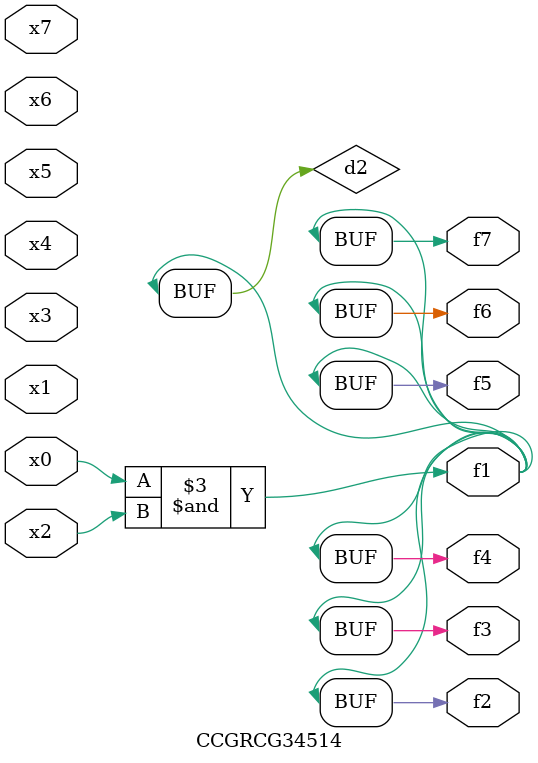
<source format=v>
module CCGRCG34514(
	input x0, x1, x2, x3, x4, x5, x6, x7,
	output f1, f2, f3, f4, f5, f6, f7
);

	wire d1, d2;

	nor (d1, x3, x6);
	and (d2, x0, x2);
	assign f1 = d2;
	assign f2 = d2;
	assign f3 = d2;
	assign f4 = d2;
	assign f5 = d2;
	assign f6 = d2;
	assign f7 = d2;
endmodule

</source>
